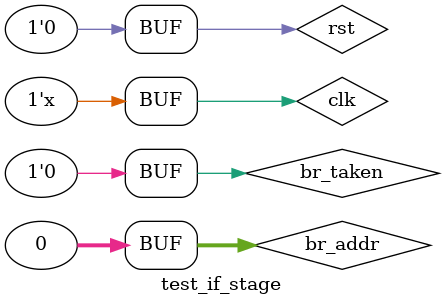
<source format=v>
`timescale 1ns/1ns
module test_if_stage();
reg clk =0;
reg rst =0;
reg br_taken=0;
reg [31:0]br_addr=0;
wire [31:0] PC_out;
wire [31:0] Instruction;
IFstage
	if_stage(
		clk,
		rst,
		br_taken,
		br_addr,
		PC_out,
		Instruction
	);
	always #50 clk = ~ clk;
	
initial begin 
  rst =0;
  #100;
  rst= 1;
  #200;
  rst=0;
  
end
endmodule

</source>
